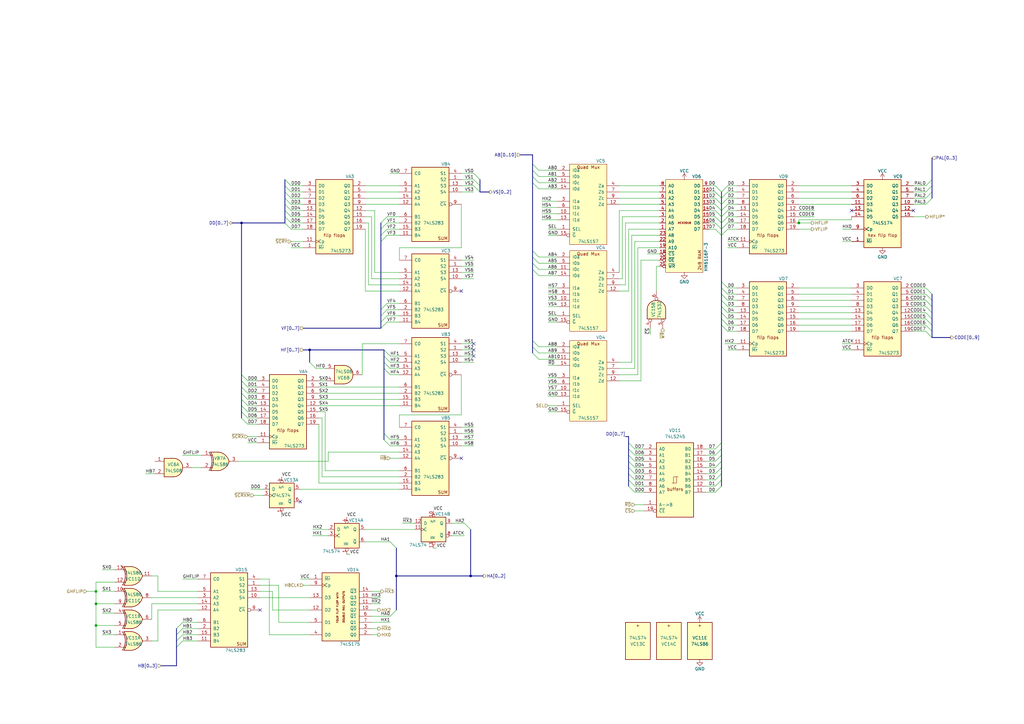
<source format=kicad_sch>
(kicad_sch (version 20231120) (generator "eeschema") (generator_version "8.0")
  (paper "A3")
  (title_block (date "2024-10-12") (company "JOTEGO") (comment 1 "Jose Tejada"))
  (junction (at 39.37 247.65))
  (junction (at 99.06 91.44))
  (junction (at 327.66 91.44))
  (junction (at 162.56 236.22))
  (junction (at 193.04 236.22))
  (junction (at 39.37 256.54))
  (junction (at 39.37 242.57))
  (junction (at 127 143.51))
  (no_connect (at 106.68 250.19))
  (no_connect (at 194.31 143.51))
  (no_connect (at 194.31 146.05))
  (no_connect (at 189.23 119.38))
  (no_connect (at 189.23 187.96))
  (no_connect (at 374.65 86.36))
  (no_connect (at 349.25 86.36))
  (no_connect (at 194.31 140.97))
  (no_connect (at 123.19 205.74))
  (bus_entry (at 379.73 118.11) (size 2.54 2.54))
  (bus_entry (at 293.37 191.77) (size 2.54 -2.54))
  (bus_entry (at 156.21 93.98) (size 2.54 -2.54))
  (bus_entry (at 156.21 91.44) (size 2.54 -2.54))
  (bus_entry (at 160.02 222.25) (size 2.54 2.54))
  (bus_entry (at 295.91 130.81) (size 2.54 2.54))
  (bus_entry (at 295.91 120.65) (size 2.54 2.54))
  (bus_entry (at 379.73 123.19) (size 2.54 2.54))
  (bus_entry (at 72.39 260.35) (size 2.54 -2.54))
  (bus_entry (at 218.44 107.95) (size 2.54 2.54))
  (bus_entry (at 379.73 78.74) (size 2.54 -2.54))
  (bus_entry (at 116.84 73.66) (size 2.54 2.54))
  (bus_entry (at 257.81 189.23) (size 2.54 2.54))
  (bus_entry (at 99.06 156.21) (size 2.54 2.54))
  (bus_entry (at 298.45 78.74) (size -2.54 2.54))
  (bus_entry (at 218.44 74.93) (size 2.54 2.54))
  (bus_entry (at 190.5 214.63) (size 2.54 2.54))
  (bus_entry (at 157.48 148.59) (size 2.54 2.54))
  (bus_entry (at 157.48 146.05) (size 2.54 2.54))
  (bus_entry (at 295.91 115.57) (size 2.54 2.54))
  (bus_entry (at 218.44 69.85) (size 2.54 2.54))
  (bus_entry (at 218.44 110.49) (size 2.54 2.54))
  (bus_entry (at 72.39 265.43) (size 2.54 -2.54))
  (bus_entry (at 99.06 163.83) (size 2.54 2.54))
  (bus_entry (at 160.02 252.73) (size 2.54 -2.54))
  (bus_entry (at 298.45 81.28) (size -2.54 2.54))
  (bus_entry (at 293.37 81.28) (size 2.54 2.54))
  (bus_entry (at 99.06 153.67) (size 2.54 2.54))
  (bus_entry (at 218.44 144.78) (size 2.54 2.54))
  (bus_entry (at 298.45 86.36) (size -2.54 2.54))
  (bus_entry (at 379.73 130.81) (size 2.54 2.54))
  (bus_entry (at 293.37 201.93) (size 2.54 -2.54))
  (bus_entry (at 72.39 262.89) (size 2.54 -2.54))
  (bus_entry (at 218.44 139.7) (size 2.54 2.54))
  (bus_entry (at 379.73 81.28) (size 2.54 -2.54))
  (bus_entry (at 298.45 93.98) (size -2.54 2.54))
  (bus_entry (at 295.91 133.35) (size 2.54 2.54))
  (bus_entry (at 293.37 184.15) (size 2.54 -2.54))
  (bus_entry (at 116.84 78.74) (size 2.54 2.54))
  (bus_entry (at 156.21 99.06) (size 2.54 -2.54))
  (bus_entry (at 157.48 151.13) (size 2.54 2.54))
  (bus_entry (at 293.37 76.2) (size 2.54 2.54))
  (bus_entry (at 293.37 88.9) (size 2.54 2.54))
  (bus_entry (at 298.45 88.9) (size -2.54 2.54))
  (bus_entry (at 157.48 180.34) (size 2.54 2.54))
  (bus_entry (at 298.45 91.44) (size -2.54 2.54))
  (bus_entry (at 379.73 83.82) (size 2.54 -2.54))
  (bus_entry (at 293.37 83.82) (size 2.54 2.54))
  (bus_entry (at 293.37 186.69) (size 2.54 -2.54))
  (bus_entry (at 116.84 81.28) (size 2.54 2.54))
  (bus_entry (at 293.37 93.98) (size 2.54 2.54))
  (bus_entry (at 218.44 67.31) (size 2.54 2.54))
  (bus_entry (at 257.81 186.69) (size 2.54 2.54))
  (bus_entry (at 218.44 102.87) (size 2.54 2.54))
  (bus_entry (at 194.31 76.2) (size 2.54 2.54))
  (bus_entry (at 156.21 134.62) (size 2.54 -2.54))
  (bus_entry (at 218.44 72.39) (size 2.54 2.54))
  (bus_entry (at 379.73 76.2) (size 2.54 -2.54))
  (bus_entry (at 157.48 143.51) (size 2.54 2.54))
  (bus_entry (at 295.91 118.11) (size 2.54 2.54))
  (bus_entry (at 257.81 194.31) (size 2.54 2.54))
  (bus_entry (at 156.21 129.54) (size 2.54 -2.54))
  (bus_entry (at 295.91 125.73) (size 2.54 2.54))
  (bus_entry (at 127 148.59) (size 2.54 2.54))
  (bus_entry (at 157.48 177.8) (size 2.54 2.54))
  (bus_entry (at 116.84 76.2) (size 2.54 2.54))
  (bus_entry (at 257.81 184.15) (size 2.54 2.54))
  (bus_entry (at 257.81 181.61) (size 2.54 2.54))
  (bus_entry (at 293.37 91.44) (size 2.54 2.54))
  (bus_entry (at 218.44 142.24) (size 2.54 2.54))
  (bus_entry (at 298.45 76.2) (size -2.54 2.54))
  (bus_entry (at 156.21 127) (size 2.54 -2.54))
  (bus_entry (at 99.06 171.45) (size 2.54 2.54))
  (bus_entry (at 99.06 158.75) (size 2.54 2.54))
  (bus_entry (at 295.91 128.27) (size 2.54 2.54))
  (bus_entry (at 293.37 196.85) (size 2.54 -2.54))
  (bus_entry (at 257.81 196.85) (size 2.54 2.54))
  (bus_entry (at 293.37 86.36) (size 2.54 2.54))
  (bus_entry (at 116.84 88.9) (size 2.54 2.54))
  (bus_entry (at 293.37 199.39) (size 2.54 -2.54))
  (bus_entry (at 156.21 96.52) (size 2.54 -2.54))
  (bus_entry (at 379.73 125.73) (size 2.54 2.54))
  (bus_entry (at 116.84 83.82) (size 2.54 2.54))
  (bus_entry (at 379.73 120.65) (size 2.54 2.54))
  (bus_entry (at 72.39 257.81) (size 2.54 -2.54))
  (bus_entry (at 194.31 71.12) (size 2.54 2.54))
  (bus_entry (at 257.81 191.77) (size 2.54 2.54))
  (bus_entry (at 295.91 123.19) (size 2.54 2.54))
  (bus_entry (at 257.81 199.39) (size 2.54 2.54))
  (bus_entry (at 379.73 133.35) (size 2.54 2.54))
  (bus_entry (at 379.73 128.27) (size 2.54 2.54))
  (bus_entry (at 99.06 166.37) (size 2.54 2.54))
  (bus_entry (at 116.84 86.36) (size 2.54 2.54))
  (bus_entry (at 218.44 105.41) (size 2.54 2.54))
  (bus_entry (at 293.37 194.31) (size 2.54 -2.54))
  (bus_entry (at 116.84 91.44) (size 2.54 2.54))
  (bus_entry (at 298.45 83.82) (size -2.54 2.54))
  (bus_entry (at 156.21 132.08) (size 2.54 -2.54))
  (bus_entry (at 99.06 168.91) (size 2.54 2.54))
  (bus_entry (at 293.37 78.74) (size 2.54 2.54))
  (bus_entry (at 194.31 73.66) (size 2.54 2.54))
  (bus_entry (at 293.37 189.23) (size 2.54 -2.54))
  (bus_entry (at 99.06 161.29) (size 2.54 2.54))
  (bus_entry (at 379.73 135.89) (size 2.54 2.54))
  (wire (pts (xy 130.81 163.83) (xy 163.83 163.83)))
  (wire (pts (xy 269.24 109.22) (xy 270.51 109.22)))
  (wire (pts (xy 101.6 156.21) (xy 105.41 156.21)))
  (wire (pts (xy 298.45 130.81) (xy 302.26 130.81)))
  (wire (pts (xy 374.65 133.35) (xy 379.73 133.35)))
  (wire (pts (xy 101.6 173.99) (xy 105.41 173.99)))
  (wire (pts (xy 114.3 240.03) (xy 114.3 255.27)))
  (wire (pts (xy 327.66 76.2) (xy 349.25 76.2)))
  (wire (pts (xy 101.6 163.83) (xy 105.41 163.83)))
  (wire (pts (xy 106.68 237.49) (xy 110.49 237.49)))
  (wire (pts (xy 260.35 99.06) (xy 270.51 99.06)))
  (wire (pts (xy 189.23 177.8) (xy 194.31 177.8)))
  (wire (pts (xy 39.37 238.76) (xy 39.37 242.57)))
  (bus (pts (xy 382.27 138.43) (xy 389.89 138.43)))
  (wire (pts (xy 101.6 179.07) (xy 105.41 179.07)))
  (wire (pts (xy 293.37 184.15) (xy 289.56 184.15)))
  (wire (pts (xy 254 148.59) (xy 259.08 148.59)))
  (wire (pts (xy 149.86 217.17) (xy 170.18 217.17)))
  (wire (pts (xy 298.45 118.11) (xy 302.26 118.11)))
  (bus (pts (xy 218.44 110.49) (xy 218.44 107.95)))
  (bus (pts (xy 196.85 76.2) (xy 196.85 78.74)))
  (wire (pts (xy 119.38 76.2) (xy 124.46 76.2)))
  (wire (pts (xy 149.86 93.98) (xy 149.86 119.38)))
  (bus (pts (xy 99.06 158.75) (xy 99.06 156.21)))
  (wire (pts (xy 130.81 166.37) (xy 163.83 166.37)))
  (bus (pts (xy 382.27 135.89) (xy 382.27 138.43)))
  (wire (pts (xy 374.65 135.89) (xy 379.73 135.89)))
  (wire (pts (xy 374.65 125.73) (xy 379.73 125.73)))
  (wire (pts (xy 130.81 156.21) (xy 133.35 156.21)))
  (wire (pts (xy 39.37 247.65) (xy 39.37 256.54)))
  (wire (pts (xy 260.35 207.01) (xy 264.16 207.01)))
  (bus (pts (xy 257.81 181.61) (xy 257.81 179.07)))
  (wire (pts (xy 119.38 78.74) (xy 124.46 78.74)))
  (wire (pts (xy 298.45 133.35) (xy 302.26 133.35)))
  (bus (pts (xy 382.27 125.73) (xy 382.27 128.27)))
  (wire (pts (xy 293.37 196.85) (xy 289.56 196.85)))
  (bus (pts (xy 218.44 102.87) (xy 218.44 74.93)))
  (bus (pts (xy 66.04 273.05) (xy 72.39 273.05)))
  (wire (pts (xy 298.45 83.82) (xy 302.26 83.82)))
  (wire (pts (xy 220.98 105.41) (xy 228.6 105.41)))
  (wire (pts (xy 260.35 199.39) (xy 264.16 199.39)))
  (wire (pts (xy 151.13 116.84) (xy 163.83 116.84)))
  (wire (pts (xy 297.18 140.97) (xy 302.26 140.97)))
  (wire (pts (xy 189.23 170.18) (xy 163.83 170.18)))
  (wire (pts (xy 130.81 171.45) (xy 132.08 171.45)))
  (wire (pts (xy 290.83 91.44) (xy 293.37 91.44)))
  (bus (pts (xy 99.06 168.91) (xy 99.06 166.37)))
  (wire (pts (xy 153.67 86.36) (xy 153.67 111.76)))
  (wire (pts (xy 224.79 129.54) (xy 228.6 129.54)))
  (wire (pts (xy 260.35 186.69) (xy 264.16 186.69)))
  (wire (pts (xy 259.08 96.52) (xy 270.51 96.52)))
  (wire (pts (xy 327.66 120.65) (xy 349.25 120.65)))
  (wire (pts (xy 374.65 76.2) (xy 379.73 76.2)))
  (wire (pts (xy 160.02 153.67) (xy 163.83 153.67)))
  (wire (pts (xy 149.86 119.38) (xy 163.83 119.38)))
  (bus (pts (xy 196.85 78.74) (xy 200.66 78.74)))
  (wire (pts (xy 254 114.3) (xy 255.27 114.3)))
  (bus (pts (xy 218.44 67.31) (xy 218.44 63.5)))
  (wire (pts (xy 119.38 99.06) (xy 124.46 99.06)))
  (wire (pts (xy 374.65 130.81) (xy 379.73 130.81)))
  (bus (pts (xy 256.54 179.07) (xy 257.81 179.07)))
  (wire (pts (xy 224.79 93.98) (xy 228.6 93.98)))
  (wire (pts (xy 153.67 111.76) (xy 163.83 111.76)))
  (wire (pts (xy 163.83 170.18) (xy 163.83 175.26)))
  (wire (pts (xy 152.4 260.35) (xy 154.94 260.35)))
  (wire (pts (xy 222.25 82.55) (xy 228.6 82.55)))
  (wire (pts (xy 130.81 158.75) (xy 163.83 158.75)))
  (wire (pts (xy 224.79 154.94) (xy 228.6 154.94)))
  (wire (pts (xy 158.75 93.98) (xy 163.83 93.98)))
  (wire (pts (xy 149.86 83.82) (xy 163.83 83.82)))
  (wire (pts (xy 106.68 245.11) (xy 127 245.11)))
  (wire (pts (xy 220.98 110.49) (xy 228.6 110.49)))
  (wire (pts (xy 327.66 130.81) (xy 349.25 130.81)))
  (wire (pts (xy 224.79 162.56) (xy 228.6 162.56)))
  (wire (pts (xy 224.79 120.65) (xy 228.6 120.65)))
  (wire (pts (xy 132.08 171.45) (xy 132.08 195.58)))
  (bus (pts (xy 218.44 63.5) (xy 213.36 63.5)))
  (wire (pts (xy 152.4 257.81) (xy 154.94 257.81)))
  (wire (pts (xy 327.66 90.17) (xy 349.25 90.17)))
  (wire (pts (xy 128.27 217.17) (xy 134.62 217.17)))
  (bus (pts (xy 257.81 199.39) (xy 257.81 196.85)))
  (bus (pts (xy 218.44 69.85) (xy 218.44 67.31)))
  (wire (pts (xy 152.4 88.9) (xy 152.4 114.3)))
  (wire (pts (xy 254 156.21) (xy 262.89 156.21)))
  (wire (pts (xy 189.23 175.26) (xy 194.31 175.26)))
  (wire (pts (xy 158.75 129.54) (xy 163.83 129.54)))
  (wire (pts (xy 41.91 242.57) (xy 46.99 242.57)))
  (wire (pts (xy 111.76 242.57) (xy 111.76 250.19)))
  (wire (pts (xy 254 119.38) (xy 257.81 119.38)))
  (wire (pts (xy 327.66 83.82) (xy 349.25 83.82)))
  (wire (pts (xy 158.75 124.46) (xy 163.83 124.46)))
  (wire (pts (xy 220.98 72.39) (xy 228.6 72.39)))
  (wire (pts (xy 374.65 88.9) (xy 379.73 88.9)))
  (wire (pts (xy 41.91 260.35) (xy 46.99 260.35)))
  (wire (pts (xy 220.98 147.32) (xy 228.6 147.32)))
  (wire (pts (xy 160.02 71.12) (xy 163.83 71.12)))
  (bus (pts (xy 382.27 128.27) (xy 382.27 130.81)))
  (wire (pts (xy 374.65 120.65) (xy 379.73 120.65)))
  (bus (pts (xy 99.06 171.45) (xy 99.06 168.91)))
  (wire (pts (xy 39.37 247.65) (xy 46.99 247.65)))
  (wire (pts (xy 189.23 78.74) (xy 194.31 78.74)))
  (wire (pts (xy 260.35 191.77) (xy 264.16 191.77)))
  (wire (pts (xy 220.98 69.85) (xy 228.6 69.85)))
  (wire (pts (xy 298.45 120.65) (xy 302.26 120.65)))
  (wire (pts (xy 224.79 96.52) (xy 228.6 96.52)))
  (wire (pts (xy 298.45 93.98) (xy 302.26 93.98)))
  (wire (pts (xy 327.66 135.89) (xy 349.25 135.89)))
  (bus (pts (xy 157.48 146.05) (xy 157.48 143.51)))
  (bus (pts (xy 295.91 96.52) (xy 295.91 115.57)))
  (wire (pts (xy 224.79 157.48) (xy 228.6 157.48)))
  (bus (pts (xy 382.27 130.81) (xy 382.27 133.35)))
  (wire (pts (xy 158.75 127) (xy 163.83 127)))
  (wire (pts (xy 62.23 245.11) (xy 81.28 245.11)))
  (bus (pts (xy 295.91 191.77) (xy 295.91 189.23)))
  (wire (pts (xy 132.08 195.58) (xy 163.83 195.58)))
  (bus (pts (xy 295.91 199.39) (xy 295.91 196.85)))
  (wire (pts (xy 74.93 237.49) (xy 81.28 237.49)))
  (bus (pts (xy 157.48 180.34) (xy 157.48 177.8)))
  (wire (pts (xy 158.75 132.08) (xy 163.83 132.08)))
  (wire (pts (xy 256.54 91.44) (xy 270.51 91.44)))
  (bus (pts (xy 99.06 91.44) (xy 116.84 91.44)))
  (wire (pts (xy 102.87 200.66) (xy 107.95 200.66)))
  (wire (pts (xy 327.66 81.28) (xy 349.25 81.28)))
  (wire (pts (xy 290.83 81.28) (xy 293.37 81.28)))
  (bus (pts (xy 295.91 196.85) (xy 295.91 194.31)))
  (wire (pts (xy 152.4 114.3) (xy 163.83 114.3)))
  (wire (pts (xy 130.81 198.12) (xy 163.83 198.12)))
  (wire (pts (xy 130.81 173.99) (xy 130.81 198.12)))
  (wire (pts (xy 220.98 77.47) (xy 228.6 77.47)))
  (wire (pts (xy 293.37 194.31) (xy 289.56 194.31)))
  (wire (pts (xy 345.44 99.06) (xy 349.25 99.06)))
  (wire (pts (xy 64.77 262.89) (xy 64.77 250.19)))
  (wire (pts (xy 189.23 109.22) (xy 194.31 109.22)))
  (bus (pts (xy 295.91 128.27) (xy 295.91 130.81)))
  (wire (pts (xy 158.75 91.44) (xy 163.83 91.44)))
  (bus (pts (xy 196.85 73.66) (xy 196.85 76.2)))
  (bus (pts (xy 295.91 123.19) (xy 295.91 125.73)))
  (wire (pts (xy 189.23 182.88) (xy 194.31 182.88)))
  (wire (pts (xy 224.79 132.08) (xy 228.6 132.08)))
  (wire (pts (xy 260.35 151.13) (xy 260.35 99.06)))
  (wire (pts (xy 345.44 140.97) (xy 349.25 140.97)))
  (wire (pts (xy 220.98 113.03) (xy 228.6 113.03)))
  (wire (pts (xy 160.02 182.88) (xy 163.83 182.88)))
  (bus (pts (xy 295.91 83.82) (xy 295.91 86.36)))
  (wire (pts (xy 149.86 91.44) (xy 151.13 91.44)))
  (wire (pts (xy 62.23 254) (xy 62.23 247.65)))
  (wire (pts (xy 130.81 168.91) (xy 133.35 168.91)))
  (wire (pts (xy 46.99 238.76) (xy 39.37 238.76)))
  (wire (pts (xy 256.54 116.84) (xy 256.54 91.44)))
  (bus (pts (xy 124.46 143.51) (xy 127 143.51)))
  (wire (pts (xy 133.35 168.91) (xy 133.35 193.04)))
  (wire (pts (xy 134.62 185.42) (xy 163.83 185.42)))
  (wire (pts (xy 64.77 236.22) (xy 64.77 242.57)))
  (wire (pts (xy 189.23 140.97) (xy 194.31 140.97)))
  (wire (pts (xy 374.65 118.11) (xy 379.73 118.11)))
  (bus (pts (xy 156.21 91.44) (xy 156.21 93.98)))
  (wire (pts (xy 224.79 160.02) (xy 228.6 160.02)))
  (wire (pts (xy 151.13 91.44) (xy 151.13 116.84)))
  (bus (pts (xy 382.27 64.77) (xy 382.27 73.66)))
  (wire (pts (xy 262.89 156.21) (xy 262.89 106.68)))
  (bus (pts (xy 156.21 129.54) (xy 156.21 132.08)))
  (wire (pts (xy 189.23 146.05) (xy 194.31 146.05)))
  (wire (pts (xy 374.65 128.27) (xy 379.73 128.27)))
  (wire (pts (xy 298.45 135.89) (xy 302.26 135.89)))
  (wire (pts (xy 133.35 193.04) (xy 163.83 193.04)))
  (wire (pts (xy 298.45 76.2) (xy 302.26 76.2)))
  (bus (pts (xy 99.06 166.37) (xy 99.06 163.83)))
  (bus (pts (xy 382.27 76.2) (xy 382.27 78.74)))
  (wire (pts (xy 260.35 196.85) (xy 264.16 196.85)))
  (bus (pts (xy 295.91 93.98) (xy 295.91 96.52)))
  (wire (pts (xy 123.19 237.49) (xy 127 237.49)))
  (wire (pts (xy 260.35 201.93) (xy 264.16 201.93)))
  (bus (pts (xy 193.04 236.22) (xy 198.12 236.22)))
  (wire (pts (xy 74.93 255.27) (xy 81.28 255.27)))
  (wire (pts (xy 327.66 118.11) (xy 349.25 118.11)))
  (wire (pts (xy 349.25 88.9) (xy 349.25 90.17)))
  (wire (pts (xy 160.02 148.59) (xy 163.83 148.59)))
  (wire (pts (xy 101.6 168.91) (xy 105.41 168.91)))
  (wire (pts (xy 265.43 104.14) (xy 270.51 104.14)))
  (wire (pts (xy 189.23 111.76) (xy 194.31 111.76)))
  (bus (pts (xy 218.44 105.41) (xy 218.44 102.87)))
  (wire (pts (xy 254 76.2) (xy 270.51 76.2)))
  (bus (pts (xy 295.91 130.81) (xy 295.91 133.35)))
  (wire (pts (xy 149.86 76.2) (xy 163.83 76.2)))
  (bus (pts (xy 218.44 139.7) (xy 218.44 110.49)))
  (wire (pts (xy 345.44 143.51) (xy 349.25 143.51)))
  (wire (pts (xy 101.6 158.75) (xy 105.41 158.75)))
  (wire (pts (xy 257.81 93.98) (xy 270.51 93.98)))
  (wire (pts (xy 189.23 114.3) (xy 194.31 114.3)))
  (wire (pts (xy 124.46 240.03) (xy 127 240.03)))
  (bus (pts (xy 116.84 76.2) (xy 116.84 78.74)))
  (wire (pts (xy 374.65 78.74) (xy 379.73 78.74)))
  (bus (pts (xy 257.81 189.23) (xy 257.81 186.69)))
  (wire (pts (xy 130.81 161.29) (xy 163.83 161.29)))
  (wire (pts (xy 293.37 191.77) (xy 289.56 191.77)))
  (wire (pts (xy 290.83 76.2) (xy 293.37 76.2)))
  (wire (pts (xy 123.19 200.66) (xy 163.83 200.66)))
  (bus (pts (xy 193.04 217.17) (xy 193.04 236.22)))
  (wire (pts (xy 298.45 78.74) (xy 302.26 78.74)))
  (wire (pts (xy 189.23 83.82) (xy 189.23 101.6)))
  (wire (pts (xy 128.27 219.71) (xy 134.62 219.71)))
  (wire (pts (xy 163.83 101.6) (xy 163.83 106.68)))
  (bus (pts (xy 295.91 81.28) (xy 295.91 83.82)))
  (bus (pts (xy 295.91 118.11) (xy 295.91 120.65)))
  (wire (pts (xy 189.23 73.66) (xy 194.31 73.66)))
  (wire (pts (xy 143.51 227.33) (xy 142.24 227.33)))
  (wire (pts (xy 290.83 78.74) (xy 293.37 78.74)))
  (wire (pts (xy 149.86 78.74) (xy 163.83 78.74)))
  (wire (pts (xy 41.91 233.68) (xy 46.99 233.68)))
  (bus (pts (xy 295.91 78.74) (xy 295.91 81.28)))
  (wire (pts (xy 134.62 189.23) (xy 97.79 189.23)))
  (wire (pts (xy 298.45 143.51) (xy 302.26 143.51)))
  (bus (pts (xy 295.91 88.9) (xy 295.91 91.44)))
  (bus (pts (xy 116.84 83.82) (xy 116.84 86.36)))
  (wire (pts (xy 220.98 74.93) (xy 228.6 74.93)))
  (wire (pts (xy 290.83 93.98) (xy 293.37 93.98)))
  (bus (pts (xy 295.91 184.15) (xy 295.91 181.61)))
  (wire (pts (xy 149.86 86.36) (xy 153.67 86.36)))
  (wire (pts (xy 327.66 88.9) (xy 334.01 88.9)))
  (wire (pts (xy 374.65 123.19) (xy 379.73 123.19)))
  (wire (pts (xy 119.38 88.9) (xy 124.46 88.9)))
  (wire (pts (xy 189.23 180.34) (xy 194.31 180.34)))
  (wire (pts (xy 327.66 128.27) (xy 349.25 128.27)))
  (wire (pts (xy 269.24 109.22) (xy 269.24 119.38)))
  (bus (pts (xy 124.46 134.62) (xy 156.21 134.62)))
  (bus (pts (xy 99.06 161.29) (xy 99.06 158.75)))
  (wire (pts (xy 119.38 83.82) (xy 124.46 83.82)))
  (wire (pts (xy 255.27 114.3) (xy 255.27 88.9)))
  (bus (pts (xy 218.44 144.78) (xy 218.44 142.24)))
  (bus (pts (xy 157.48 148.59) (xy 157.48 146.05)))
  (wire (pts (xy 327.66 133.35) (xy 349.25 133.35)))
  (bus (pts (xy 116.84 78.74) (xy 116.84 81.28)))
  (wire (pts (xy 74.93 262.89) (xy 81.28 262.89)))
  (bus (pts (xy 295.91 86.36) (xy 295.91 88.9)))
  (wire (pts (xy 78.74 191.77) (xy 82.55 191.77)))
  (wire (pts (xy 374.65 81.28) (xy 379.73 81.28)))
  (wire (pts (xy 220.98 144.78) (xy 228.6 144.78)))
  (wire (pts (xy 220.98 107.95) (xy 228.6 107.95)))
  (bus (pts (xy 218.44 107.95) (xy 218.44 105.41)))
  (wire (pts (xy 220.98 142.24) (xy 228.6 142.24)))
  (wire (pts (xy 74.93 260.35) (xy 81.28 260.35)))
  (bus (pts (xy 162.56 224.79) (xy 162.56 236.22)))
  (wire (pts (xy 254 151.13) (xy 260.35 151.13)))
  (wire (pts (xy 293.37 199.39) (xy 289.56 199.39)))
  (wire (pts (xy 254 81.28) (xy 270.51 81.28)))
  (wire (pts (xy 160.02 151.13) (xy 163.83 151.13)))
  (bus (pts (xy 193.04 236.22) (xy 162.56 236.22)))
  (wire (pts (xy 254 116.84) (xy 256.54 116.84)))
  (wire (pts (xy 115.57 212.09) (xy 115.57 210.82)))
  (bus (pts (xy 156.21 132.08) (xy 156.21 134.62)))
  (wire (pts (xy 185.42 219.71) (xy 190.5 219.71)))
  (bus (pts (xy 295.91 91.44) (xy 295.91 93.98)))
  (bus (pts (xy 295.91 189.23) (xy 295.91 186.69)))
  (wire (pts (xy 134.62 185.42) (xy 134.62 189.23)))
  (wire (pts (xy 160.02 146.05) (xy 163.83 146.05)))
  (bus (pts (xy 382.27 133.35) (xy 382.27 135.89)))
  (wire (pts (xy 62.23 262.89) (xy 64.77 262.89)))
  (wire (pts (xy 290.83 86.36) (xy 293.37 86.36)))
  (wire (pts (xy 35.56 242.57) (xy 39.37 242.57)))
  (wire (pts (xy 119.38 101.6) (xy 124.46 101.6)))
  (bus (pts (xy 116.84 73.66) (xy 116.84 76.2)))
  (wire (pts (xy 152.4 245.11) (xy 156.21 245.11)))
  (bus (pts (xy 295.91 125.73) (xy 295.91 128.27)))
  (wire (pts (xy 110.49 260.35) (xy 127 260.35)))
  (bus (pts (xy 382.27 73.66) (xy 382.27 76.2)))
  (wire (pts (xy 152.4 247.65) (xy 156.21 247.65)))
  (wire (pts (xy 298.45 125.73) (xy 302.26 125.73)))
  (wire (pts (xy 374.65 83.82) (xy 379.73 83.82)))
  (wire (pts (xy 189.23 148.59) (xy 194.31 148.59)))
  (wire (pts (xy 152.4 252.73) (xy 160.02 252.73)))
  (wire (pts (xy 104.14 203.2) (xy 107.95 203.2)))
  (bus (pts (xy 382.27 78.74) (xy 382.27 81.28)))
  (bus (pts (xy 156.21 93.98) (xy 156.21 96.52)))
  (wire (pts (xy 185.42 214.63) (xy 190.5 214.63)))
  (bus (pts (xy 95.25 91.44) (xy 99.06 91.44)))
  (wire (pts (xy 41.91 251.46) (xy 46.99 251.46)))
  (bus (pts (xy 116.84 88.9) (xy 116.84 91.44)))
  (wire (pts (xy 149.86 88.9) (xy 152.4 88.9)))
  (wire (pts (xy 222.25 90.17) (xy 228.6 90.17)))
  (bus (pts (xy 295.91 194.31) (xy 295.91 191.77)))
  (bus (pts (xy 116.84 81.28) (xy 116.84 83.82)))
  (wire (pts (xy 152.4 250.19) (xy 154.94 250.19)))
  (bus (pts (xy 127 143.51) (xy 157.48 143.51)))
  (wire (pts (xy 152.4 255.27) (xy 160.02 255.27)))
  (wire (pts (xy 39.37 242.57) (xy 39.37 247.65)))
  (bus (pts (xy 72.39 260.35) (xy 72.39 262.89)))
  (bus (pts (xy 157.48 177.8) (xy 157.48 151.13)))
  (wire (pts (xy 298.45 128.27) (xy 302.26 128.27)))
  (bus (pts (xy 156.21 99.06) (xy 156.21 127)))
  (wire (pts (xy 106.68 240.03) (xy 114.3 240.03)))
  (wire (pts (xy 345.44 93.98) (xy 349.25 93.98)))
  (wire (pts (xy 62.23 247.65) (xy 81.28 247.65)))
  (bus (pts (xy 72.39 265.43) (xy 72.39 273.05)))
  (wire (pts (xy 293.37 186.69) (xy 289.56 186.69)))
  (wire (pts (xy 255.27 88.9) (xy 270.51 88.9)))
  (bus (pts (xy 257.81 184.15) (xy 257.81 181.61)))
  (wire (pts (xy 260.35 209.55) (xy 264.16 209.55)))
  (wire (pts (xy 179.07 224.79) (xy 177.8 224.79)))
  (bus (pts (xy 156.21 127) (xy 156.21 129.54)))
  (wire (pts (xy 327.66 91.44) (xy 332.74 91.44)))
  (wire (pts (xy 298.45 81.28) (xy 302.26 81.28)))
  (wire (pts (xy 114.3 255.27) (xy 127 255.27)))
  (wire (pts (xy 260.35 189.23) (xy 264.16 189.23)))
  (wire (pts (xy 327.66 78.74) (xy 349.25 78.74)))
  (wire (pts (xy 327.66 93.98) (xy 332.74 93.98)))
  (wire (pts (xy 293.37 189.23) (xy 289.56 189.23)))
  (wire (pts (xy 254 153.67) (xy 261.62 153.67)))
  (wire (pts (xy 39.37 256.54) (xy 39.37 265.43)))
  (bus (pts (xy 162.56 236.22) (xy 162.56 250.19)))
  (bus (pts (xy 116.84 86.36) (xy 116.84 88.9)))
  (wire (pts (xy 298.45 91.44) (xy 302.26 91.44)))
  (wire (pts (xy 298.45 101.6) (xy 302.26 101.6)))
  (wire (pts (xy 106.68 242.57) (xy 111.76 242.57)))
  (wire (pts (xy 298.45 88.9) (xy 302.26 88.9)))
  (wire (pts (xy 189.23 101.6) (xy 163.83 101.6)))
  (bus (pts (xy 99.06 163.83) (xy 99.06 161.29)))
  (wire (pts (xy 290.83 88.9) (xy 293.37 88.9)))
  (wire (pts (xy 149.86 222.25) (xy 160.02 222.25)))
  (bus (pts (xy 295.91 120.65) (xy 295.91 123.19)))
  (wire (pts (xy 74.93 257.81) (xy 81.28 257.81)))
  (wire (pts (xy 254 111.76) (xy 254 86.36)))
  (wire (pts (xy 262.89 106.68) (xy 270.51 106.68)))
  (wire (pts (xy 189.23 106.68) (xy 194.31 106.68)))
  (wire (pts (xy 189.23 153.67) (xy 189.23 170.18)))
  (wire (pts (xy 148.59 140.97) (xy 163.83 140.97)))
  (wire (pts (xy 111.76 250.19) (xy 127 250.19)))
  (wire (pts (xy 101.6 166.37) (xy 105.41 166.37)))
  (wire (pts (xy 298.45 99.06) (xy 302.26 99.06)))
  (bus (pts (xy 295.91 181.61) (xy 295.91 133.35)))
  (wire (pts (xy 261.62 153.67) (xy 261.62 101.6)))
  (wire (pts (xy 160.02 180.34) (xy 163.83 180.34)))
  (wire (pts (xy 165.1 214.63) (xy 170.18 214.63)))
  (wire (pts (xy 222.25 85.09) (xy 228.6 85.09)))
  (wire (pts (xy 327.66 123.19) (xy 349.25 123.19)))
  (wire (pts (xy 158.75 96.52) (xy 163.83 96.52)))
  (wire (pts (xy 119.38 86.36) (xy 124.46 86.36)))
  (wire (pts (xy 189.23 143.51) (xy 194.31 143.51)))
  (wire (pts (xy 189.23 76.2) (xy 194.31 76.2)))
  (bus (pts (xy 218.44 74.93) (xy 218.44 72.39)))
  (bus (pts (xy 382.27 120.65) (xy 382.27 123.19)))
  (bus (pts (xy 257.81 194.31) (xy 257.81 191.77)))
  (wire (pts (xy 224.79 149.86) (xy 228.6 149.86)))
  (wire (pts (xy 224.79 118.11) (xy 228.6 118.11)))
  (wire (pts (xy 327.66 125.73) (xy 349.25 125.73)))
  (wire (pts (xy 158.75 88.9) (xy 163.83 88.9)))
  (wire (pts (xy 39.37 256.54) (xy 46.99 256.54)))
  (bus (pts (xy 127 143.51) (xy 127 148.59)))
  (bus (pts (xy 156.21 96.52) (xy 156.21 99.06)))
  (wire (pts (xy 119.38 91.44) (xy 124.46 91.44)))
  (wire (pts (xy 293.37 201.93) (xy 289.56 201.93)))
  (wire (pts (xy 129.54 151.13) (xy 133.35 151.13)))
  (bus (pts (xy 382.27 123.19) (xy 382.27 125.73)))
  (wire (pts (xy 39.37 265.43) (xy 46.99 265.43)))
  (wire (pts (xy 290.83 83.82) (xy 293.37 83.82)))
  (wire (pts (xy 110.49 237.49) (xy 110.49 260.35)))
  (wire (pts (xy 149.86 81.28) (xy 163.83 81.28)))
  (bus (pts (xy 257.81 186.69) (xy 257.81 184.15)))
  (wire (pts (xy 119.38 81.28) (xy 124.46 81.28)))
  (wire (pts (xy 148.59 153.67) (xy 148.59 140.97)))
  (wire (pts (xy 101.6 171.45) (xy 105.41 171.45)))
  (wire (pts (xy 260.35 194.31) (xy 264.16 194.31)))
  (wire (pts (xy 119.38 93.98) (xy 124.46 93.98)))
  (bus (pts (xy 72.39 262.89) (xy 72.39 265.43)))
  (wire (pts (xy 222.25 87.63) (xy 228.6 87.63)))
  (wire (pts (xy 101.6 181.61) (xy 105.41 181.61)))
  (wire (pts (xy 224.79 168.91) (xy 228.6 168.91)))
  (bus (pts (xy 257.81 191.77) (xy 257.81 189.23)))
  (wire (pts (xy 152.4 242.57) (xy 156.21 242.57)))
  (wire (pts (xy 260.35 184.15) (xy 264.16 184.15)))
  (wire (pts (xy 327.66 86.36) (xy 334.01 86.36)))
  (bus (pts (xy 295.91 115.57) (xy 295.91 118.11)))
  (bus (pts (xy 218.44 142.24) (xy 218.44 139.7)))
  (wire (pts (xy 298.45 123.19) (xy 302.26 123.19)))
  (wire (pts (xy 64.77 250.19) (xy 81.28 250.19)))
  (wire (pts (xy 254 86.36) (xy 270.51 86.36)))
  (wire (pts (xy 224.79 125.73) (xy 228.6 125.73)))
  (wire (pts (xy 254 83.82) (xy 270.51 83.82)))
  (wire (pts (xy 254 78.74) (xy 270.51 78.74)))
  (bus (pts (xy 218.44 72.39) (xy 218.44 69.85)))
  (bus (pts (xy 72.39 257.81) (xy 72.39 260.35)))
  (bus (pts (xy 295.91 186.69) (xy 295.91 184.15)))
  (wire (pts (xy 257.81 119.38) (xy 257.81 93.98)))
  (wire (pts (xy 64.77 242.57) (xy 81.28 242.57)))
  (wire (pts (xy 224.79 166.37) (xy 228.6 166.37)))
  (wire (pts (xy 62.23 236.22) (xy 64.77 236.22)))
  (wire (pts (xy 59.69 194.31) (xy 63.5 194.31)))
  (wire (pts (xy 327.66 91.44) (xy 327.66 90.17)))
  (bus (pts (xy 257.81 196.85) (xy 257.81 194.31)))
  (wire (pts (xy 101.6 161.29) (xy 105.41 161.29)))
  (bus (pts (xy 157.48 151.13) (xy 157.48 148.59)))
  (wire (pts (xy 74.93 186.69) (xy 82.55 186.69)))
  (wire (pts (xy 189.23 71.12) (xy 194.31 71.12)))
  (wire (pts (xy 160.02 187.96) (xy 163.83 187.96)))
  (bus (pts (xy 99.06 156.21) (xy 99.06 153.67)))
  (bus (pts (xy 99.06 153.67) (xy 99.06 91.44)))
  (wire (pts (xy 259.08 148.59) (xy 259.08 96.52)))
  (wire (pts (xy 261.62 101.6) (xy 270.51 101.6)))
  (wire (pts (xy 224.79 123.19) (xy 228.6 123.19)))
  (wire (pts (xy 266.7 137.16) (xy 266.7 134.62)))
  (wire (pts (xy 298.45 86.36) (xy 302.26 86.36)))
  (label "ATCK" (at 345.44 140.97 0))
  (label "ATCK" (at 298.45 99.06 0))
  (label "VS6" (at 224.79 157.48 0))
  (label "VF5" (at 158.75 127 0))
  (label "D2" (at 293.37 196.85 180))
  (label "SX0" (at 41.91 233.68 0))
  (label "PAL0" (at 379.73 76.2 180))
  (label "DD0" (at 102.87 200.66 0))
  (label "DD6" (at 101.6 171.45 0))
  (label "SX1" (at 130.81 158.75 0))
  (label "CODE9" (at 334.01 88.9 180))
  (label "D4" (at 293.37 191.77 180))
  (label "D1" (at 293.37 199.39 180))
  (label "~{HX}2" (at 156.21 247.65 180))
  (label "VS5" (at 224.79 154.94 0))
  (label "DD1" (at 260.35 199.39 0))
  (label "~{RD}" (at 224.79 149.86 0))
  (label "GHFLIP" (at 74.93 186.69 0))
  (label "AB2" (at 224.79 74.93 0))
  (label "HS8" (at 194.31 182.88 180))
  (label "DD7" (at 101.6 173.99 0))
  (label "D4" (at 298.45 128.27 0))
  (label "GND" (at 224.79 96.52 0))
  (label "DD7" (at 119.38 93.98 0))
  (label "D1" (at 293.37 78.74 180))
  (label "HX1" (at 128.27 219.71 0))
  (label "SX2" (at 41.91 251.46 0))
  (label "AB4" (at 224.79 105.41 0))
  (label "AB8" (at 224.79 142.24 0))
  (label "GND" (at 224.79 162.56 0))
  (label "VS7" (at 194.31 114.3 180))
  (label "CODE8" (at 334.01 86.36 180))
  (label "D1" (at 298.45 120.65 0))
  (label "HS4" (at 194.31 148.59 180))
  (label "VF2" (at 158.75 93.98 0))
  (label "HS5" (at 222.25 87.63 0))
  (label "HX2" (at 128.27 217.17 0))
  (label "CODE2" (at 379.73 123.19 180))
  (label "AB0" (at 224.79 69.85 0))
  (label "VCC" (at 345.44 99.06 0))
  (label "HS8" (at 224.79 120.65 0))
  (label "VCC" (at 115.57 212.09 0))
  (label "CODE6" (at 379.73 133.35 180))
  (label "VCC" (at 142.24 212.09 0))
  (label "DD3" (at 260.35 194.31 0))
  (label "PAL1" (at 379.73 78.74 180))
  (label "VS6" (at 194.31 111.76 180))
  (label "VS3" (at 194.31 78.74 180))
  (label "HX0" (at 345.44 93.98 0))
  (label "DD2" (at 260.35 196.85 0))
  (label "HS5" (at 194.31 175.26 180))
  (label "SX3" (at 130.81 163.83 0))
  (label "DD7" (at 260.35 184.15 0))
  (label "HF3" (at 160.02 151.13 0))
  (label "PAL2" (at 379.73 81.28 180))
  (label "GND" (at 160.02 71.12 0))
  (label "VCC" (at 345.44 143.51 0))
  (label "VF4" (at 158.75 124.46 0))
  (label "DD3" (at 119.38 83.82 0))
  (label "HF4" (at 160.02 153.67 0))
  (label "D7" (at 293.37 184.15 180))
  (label "DD0" (at 260.35 201.93 0))
  (label "D6" (at 293.37 186.69 180))
  (label "D2" (at 298.45 123.19 0))
  (label "~{CS}" (at 266.7 137.16 90))
  (label "ATCK" (at 190.5 219.71 180))
  (label "D0" (at 293.37 76.2 180))
  (label "DD2" (at 101.6 161.29 0))
  (label "D0" (at 298.45 118.11 0))
  (label "D3" (at 298.45 125.73 0))
  (label "VCC" (at 179.07 224.79 0))
  (label "D5" (at 293.37 189.23 180))
  (label "AB7" (at 224.79 113.03 0))
  (label "D3" (at 293.37 194.31 180))
  (label "HF1" (at 160.02 146.05 0))
  (label "HF5" (at 160.02 180.34 0))
  (label "HA1" (at 160.02 222.25 180))
  (label "HA0" (at 160.02 252.73 180))
  (label "VS5" (at 194.31 109.22 180))
  (label "D7" (at 298.45 93.98 0))
  (label "DD[0..7]" (at 256.54 179.07 180))
  (label "SX0" (at 130.81 156.21 0))
  (label "DD4" (at 119.38 86.36 0))
  (label "GND" (at 265.43 104.14 0))
  (label "GND" (at 224.79 132.08 0))
  (label "SEL" (at 224.79 129.54 0))
  (label "D5" (at 298.45 130.81 0))
  (label "DD4" (at 101.6 166.37 0))
  (label "DD5" (at 260.35 189.23 0))
  (label "VCC" (at 101.6 181.61 0))
  (label "AB6" (at 224.79 110.49 0))
  (label "HX2" (at 297.18 140.97 0))
  (label "HS7" (at 194.31 180.34 180))
  (label "D2" (at 293.37 81.28 180))
  (label "VCC" (at 115.57 195.58 0))
  (label "VCC" (at 123.19 237.49 0))
  (label "HX1" (at 160.02 255.27 180))
  (label "DD6" (at 119.38 91.44 0))
  (label "DD1" (at 119.38 78.74 0))
  (label "HA2" (at 190.5 214.63 180))
  (label "HB1" (at 74.93 257.81 0))
  (label "HS1" (at 194.31 140.97 180))
  (label "VF7" (at 158.75 132.08 0))
  (label "DD5" (at 101.6 168.91 0))
  (label "DD3" (at 101.6 163.83 0))
  (label "VF0" (at 158.75 88.9 0))
  (label "DD1" (at 101.6 158.75 0))
  (label "D7" (at 293.37 93.98 180))
  (label "SX4" (at 130.81 166.37 0))
  (label "D0" (at 293.37 201.93 180))
  (label "VCC" (at 177.8 209.55 0))
  (label "HS3" (at 194.31 146.05 180))
  (label "AB10" (at 224.79 147.32 0))
  (label "D4" (at 293.37 86.36 180))
  (label "D6" (at 298.45 133.35 0))
  (label "DD6" (at 260.35 186.69 0))
  (label "SEL" (at 224.79 93.98 0))
  (label "CODE1" (at 379.73 120.65 180))
  (label "VCC" (at 119.38 101.6 0))
  (label "HB3" (at 74.93 262.89 0))
  (label "D2" (at 298.45 81.28 0))
  (label "SX5" (at 130.81 168.91 0))
  (label "SX2" (at 130.81 161.29 0))
  (label "D3" (at 298.45 83.82 0))
  (label "VS7" (at 224.79 160.02 0))
  (label "VS1" (at 194.31 73.66 180))
  (label "AB3" (at 224.79 77.47 0))
  (label "VS3" (at 224.79 123.19 0))
  (label "HF0" (at 129.54 151.13 0))
  (label "HF6" (at 160.02 182.88 0))
  (label "PAL3" (at 379.73 83.82 180))
  (label "CODE3" (at 379.73 125.73 180))
  (label "DD0" (at 101.6 156.21 0))
  (label "VCC" (at 298.45 101.6 0))
  (label "CODE0" (at 379.73 118.11 180))
  (label "VS0" (at 194.31 71.12 180))
  (label "SX3" (at 41.91 260.35 0))
  (label "DD0" (at 119.38 76.2 0))
  (label "VCC" (at 143.51 227.33 0))
  (label "HS2" (at 194.31 143.51 180))
  (label "AB1" (at 224.79 72.39 0))
  (label "HS7" (at 224.79 118.11 0))
  (label "D6" (at 298.45 91.44 0))
  (label "D7" (at 298.45 135.89 0))
  (label "DD4" (at 260.35 191.77 0))
  (label "VS2" (at 194.31 76.2 180))
  (label "VS4" (at 194.31 106.68 180))
  (label "D3" (at 293.37 83.82 180))
  (label "D1" (at 298.45 78.74 0))
  (label "HB2" (at 74.93 260.35 0))
  (label "SX1" (at 41.91 242.57 0))
  (label "D0" (at 298.45 76.2 0))
  (label "HS4" (at 222.25 85.09 0))
  (label "DD5" (at 119.38 88.9 0))
  (label "GHFLIP" (at 74.93 237.49 0))
  (label "HF2" (at 160.02 148.59 0))
  (label "D6" (at 293.37 91.44 180))
  (label "HX3" (at 156.21 245.11 180))
  (label "VS4" (at 224.79 125.73 0))
  (label "D4" (at 298.45 86.36 0))
  (label "HX2" (at 222.25 82.55 0))
  (label "HS6" (at 222.25 90.17 0))
  (label "HB0" (at 74.93 255.27 0))
  (label "D5" (at 298.45 88.9 0))
  (label "CODE7" (at 379.73 135.89 180))
  (label "D5" (at 293.37 88.9 180))
  (label "CODE5" (at 379.73 130.81 180))
  (label "CODE4" (at 379.73 128.27 180))
  (label "AB5" (at 224.79 107.95 0))
  (label "VF3" (at 158.75 96.52 0))
  (label "~{HX}3" (at 165.1 214.63 0))
  (label "VF1" (at 158.75 91.44 0))
  (label "AB9" (at 224.79 144.78 0))
  (label "DD2" (at 119.38 81.28 0))
  (label "VCC" (at 298.45 143.51 0))
  (label "VF6" (at 158.75 129.54 0))
  (label "GND" (at 224.79 168.91 0))
  (label "HS6" (at 194.31 177.8 180))
  (label "HB7" (at 59.69 194.31 0))
  (hierarchical_label "HX2" (shape output) (at 154.94 250.19 0))
  (hierarchical_label "~{HX}3" (shape output) (at 156.21 242.57 0))
  (hierarchical_label "~{SCRXM}" (shape input) (at 104.14 203.2 180))
  (hierarchical_label "AB[0..10]" (shape input) (at 213.36 63.5 180))
  (hierarchical_label "VF[0..7]" (shape input) (at 124.46 134.62 180))
  (hierarchical_label "HFLIP*" (shape output) (at 379.73 88.9 0))
  (hierarchical_label "CODE[0..9]" (shape output) (at 389.89 138.43 0))
  (hierarchical_label "~{WR}" (shape input) (at 271.78 134.62 270))
  (hierarchical_label "VS[0..2]" (shape output) (at 200.66 78.74 0))
  (hierarchical_label "SEL" (shape input) (at 224.79 166.37 180))
  (hierarchical_label "~{RD}" (shape input) (at 260.35 207.01 180))
  (hierarchical_label "GHFLIP" (shape input) (at 35.56 242.57 180))
  (hierarchical_label "HBCLK" (shape input) (at 124.46 240.03 180))
  (hierarchical_label "HA[0..2]" (shape output) (at 198.12 236.22 0))
  (hierarchical_label "HB[0..3]" (shape input) (at 66.04 273.05 180))
  (hierarchical_label "PAL[0..3]" (shape input) (at 382.27 64.77 0))
  (hierarchical_label "VFLIP" (shape output) (at 332.74 93.98 0))
  (hierarchical_label "HF[0..7]" (shape input) (at 124.46 143.51 180))
  (hierarchical_label "~{HX}0" (shape output) (at 154.94 257.81 0))
  (hierarchical_label "~{H8}" (shape input) (at 160.02 187.96 180))
  (hierarchical_label "DD[0..7]" (shape bidirectional) (at 95.25 91.44 180))
  (hierarchical_label "HFLIP" (shape output) (at 332.74 91.44 0))
  (hierarchical_label "~{SCRY}" (shape input) (at 119.38 99.06 180))
  (hierarchical_label "~{CS}" (shape input) (at 260.35 209.55 180))
  (hierarchical_label "HX0" (shape output) (at 154.94 260.35 0))
  (hierarchical_label "~{SCRX}" (shape input) (at 101.6 179.07 180))
  (symbol (lib_id "jt74:74LS86") (at 54.61 236.22 0) (mirror x) (unit 4)
    (property "Reference" "VC11" (at 54.61 237.49 0))
    (property "Value" "74LS86" (at 54.61 234.95 0))
    (property "Datasheet" "74xx/74ls86.pdf" (effects (hide yes)))
    (property "Description" "Quad 2-input XOR" (effects (hide yes)))
  )
  (symbol (lib_id "jt74:74LS74") (at 274.32 262.89 0) (unit 3)
    (property "Reference" "VC14" (at 274.32 264.16 0))
    (property "Value" "74LS74" (at 274.32 261.62 0))
    (property "Datasheet" "74xx/74hc_hct74.pdf" (effects (hide yes)))
    (property "Description" "Dual D Flip-flop, Set & Reset" (effects (hide yes)))
  )
  (symbol (lib_id "power:GND") (at 280.67 111.76 0) (unit 1)
    (property "Reference" "#PWR056" (effects (hide yes)))
    (property "Value" "GND" (at 280.67 115.57 0))
    (property "Description" "Power symbol creates a global label with name \"GND\" , ground" (effects (hide yes)))
  )
  (symbol (lib_id "jt74:74LS86") (at 90.17 189.23 0) (unit 1)
    (property "Reference" "VB7" (at 90.17 187.96 0))
    (property "Value" "74LS86" (at 90.17 190.5 0))
    (property "Datasheet" "74xx/74ls86.pdf" (effects (hide yes)))
    (property "Description" "Quad 2-input XOR" (effects (hide yes)))
  )
  (symbol (lib_id "jt74:74LS273") (at 314.96 88.9 0) (unit 1)
    (property "Reference" "VD9" (at 321.31 72.39 0))
    (property "Value" "74LS273" (at 317.5 102.87 0))
    (property "Datasheet" "http://www.ti.com/lit/gpn/sn74LS273" (effects (hide yes)))
    (property "Description" "8-bit D Flip-Flop, reset" (effects (hide yes)))
  )
  (symbol (lib_id "jt74:74LS86") (at 54.61 245.11 0) (mirror x) (unit 3)
    (property "Reference" "VC11" (at 54.61 246.38 0))
    (property "Value" "74LS86" (at 54.61 243.84 0))
    (property "Datasheet" "74xx/74ls86.pdf" (effects (hide yes)))
    (property "Description" "Quad 2-input XOR" (effects (hide yes)))
  )
  (symbol (lib_id "jt74:74LS08") (at 71.12 191.77 0) (unit 1)
    (property "Reference" "VC6" (at 71.12 190.5 0))
    (property "Value" "74LS08" (at 71.12 193.04 0))
    (property "Datasheet" "http://www.ti.com/lit/gpn/sn74LS08" (effects (hide yes)))
    (property "Description" "Quad And2" (effects (hide yes)))
  )
  (symbol (lib_id "jt74:74LS273") (at 118.11 168.91 0) (unit 1)
    (property "Reference" "VA4" (at 124.46 152.4 0))
    (property "Value" "74LS273" (at 120.65 182.88 0))
    (property "Datasheet" "http://www.ti.com/lit/gpn/sn74LS273" (effects (hide yes)))
    (property "Description" "8-bit D Flip-Flop, reset" (effects (hide yes)))
  )
  (symbol (lib_id "jt74:74LS273") (at 361.95 130.81 0) (unit 1)
    (property "Reference" "VC7" (at 368.3 114.3 0))
    (property "Value" "74LS273" (at 364.49 144.78 0))
    (property "Datasheet" "http://www.ti.com/lit/gpn/sn74LS273" (effects (hide yes)))
    (property "Description" "8-bit D Flip-Flop, reset" (effects (hide yes)))
  )
  (symbol (lib_id "jt74:74LS283") (at 176.53 119.38 0) (unit 1)
    (property "Reference" "VC3" (at 182.88 102.87 0))
    (property "Value" "74LS283" (at 177.8 127 0))
    (property "Datasheet" "http://www.ti.com/lit/gpn/sn74LS283" (effects (hide yes)))
    (property "Description" "4-bit full Adder" (effects (hide yes)))
  )
  (symbol (lib_id "jt74:74LS32") (at 269.24 127 90) (unit 2) (convert 2)
    (property "Reference" "VC15" (at 267.97 127 0))
    (property "Value" "74LS32" (at 270.51 127 0))
    (property "Datasheet" "http://www.ti.com/lit/gpn/sn74LS32" (effects (hide yes)))
    (property "Description" "Quad 2-input OR" (effects (hide yes)))
  )
  (symbol (lib_id "power:VCC") (at 361.95 73.66 0) (unit 1)
    (property "Reference" "#PWR058" (effects (hide yes)))
    (property "Value" "VCC" (at 361.95 70.104 0))
    (property "Description" "Power symbol creates a global label with name \"VCC\"" (effects (hide yes)))
  )
  (symbol (lib_id "jt74:74LS175") (at 139.7 250.19 0) (mirror x) (unit 1)
    (property "Reference" "VD14" (at 144.78 233.68 0))
    (property "Value" "74LS175" (at 143.51 264.16 0))
    (property "Datasheet" "http://www.ti.com/lit/gpn/sn74LS175" (effects (hide yes)))
    (property "Description" "4-bit D Flip-Flop, reset" (effects (hide yes)))
  )
  (symbol (lib_id "jt74:74LS74") (at 261.62 262.89 0) (unit 3)
    (property "Reference" "VC13" (at 261.62 264.16 0))
    (property "Value" "74LS74" (at 261.62 261.62 0))
    (property "Datasheet" "74xx/74hc_hct74.pdf" (effects (hide yes)))
    (property "Description" "Dual D Flip-flop, Set & Reset" (effects (hide yes)))
  )
  (symbol (lib_id "arcade:HM6116P-3") (at 280.67 91.44 0) (unit 1)
    (property "Reference" "VD6" (at 285.75 72.39 0))
    (property "Value" "HM6116P-3" (at 289.56 105.41 90))
    (property "Datasheet" "https://www.alldatasheet.com/datasheet-pdf/pdf/77359/HITACHI/HM6116.html" (effects (hide yes)))
  )
  (symbol (lib_id "jt74:74LS74") (at 115.57 203.2 0) (unit 1)
    (property "Reference" "VC13" (at 119.38 196.85 0))
    (property "Value" "74LS74" (at 115.57 203.2 0))
    (property "Datasheet" "74xx/74hc_hct74.pdf" (effects (hide yes)))
    (property "Description" "Dual D Flip-flop, Set & Reset" (effects (hide yes)))
  )
  (symbol (lib_id "power:GND") (at 287.02 270.51 0) (unit 1)
    (property "Reference" "#PWR066" (effects (hide yes)))
    (property "Value" "GND" (at 287.02 274.32 0))
    (property "Description" "Power symbol creates a global label with name \"GND\" , ground" (effects (hide yes)))
  )
  (symbol (lib_id "jt74:74LS08") (at 140.97 153.67 0) (mirror x) (unit 2)
    (property "Reference" "VC6" (at 140.97 154.94 0))
    (property "Value" "74LS08" (at 140.97 152.4 0))
    (property "Datasheet" "http://www.ti.com/lit/gpn/sn74LS08" (effects (hide yes)))
    (property "Description" "Quad And2" (effects (hide yes)))
  )
  (symbol (lib_id "jt74:74LS273") (at 314.96 130.81 0) (unit 1)
    (property "Reference" "VD7" (at 321.31 114.3 0))
    (property "Value" "74LS273" (at 317.5 144.78 0))
    (property "Datasheet" "http://www.ti.com/lit/gpn/sn74LS273" (effects (hide yes)))
    (property "Description" "8-bit D Flip-Flop, reset" (effects (hide yes)))
  )
  (symbol (lib_id "jt74:74LS157") (at 241.3 118.11 0) (unit 1)
    (property "Reference" "VC4" (at 246.38 101.6 0))
    (property "Value" "74LS157" (at 241.3 134.62 0))
    (property "Datasheet" "https://www.alldatasheet.com/datasheet-pdf/pdf/27402/TI/74LS157.html" (effects (hide yes)))
    (property "Description" "Quad 2 to 1 line Multiplexer" (effects (hide yes)))
  )
  (symbol (lib_id "power:VCC") (at 280.67 73.66 0) (unit 1)
    (property "Reference" "#PWR059" (effects (hide yes)))
    (property "Value" "VCC" (at 280.67 70.104 0))
    (property "Description" "Power symbol creates a global label with name \"VCC\"" (effects (hide yes)))
  )
  (symbol (lib_id "jt74:74LS174") (at 361.95 86.36 0) (unit 1)
    (property "Reference" "VC9" (at 368.3 72.39 0))
    (property "Value" "74LS174" (at 361.95 91.44 0))
    (property "Datasheet" "http://www.ti.com/lit/gpn/sn74LS174" (effects (hide yes)))
    (property "Description" "Hex D-type Flip-Flop, reset" (effects (hide yes)))
  )
  (symbol (lib_id "jt74:74LS74") (at 177.8 217.17 0) (unit 2)
    (property "Reference" "VC14" (at 181.61 210.82 0))
    (property "Value" "74LS74" (at 171.45 223.52 0))
    (property "Datasheet" "74xx/74hc_hct74.pdf" (effects (hide yes)))
    (property "Description" "Dual D Flip-flop, Set & Reset" (effects (hide yes)))
  )
  (symbol (lib_id "jt74:74LS86") (at 287.02 262.89 0) (unit 5)
    (property "Reference" "VC11" (at 287.02 261.62 0))
    (property "Value" "74LS86" (at 287.02 264.16 0))
    (property "Datasheet" "74xx/74ls86.pdf" (effects (hide yes)))
    (property "Description" "Quad 2-input XOR" (effects (hide yes)))
  )
  (symbol (lib_id "jt74:74LS283") (at 176.53 187.96 0) (unit 1)
    (property "Reference" "VB5" (at 182.88 171.45 0))
    (property "Value" "74LS283" (at 177.8 195.58 0))
    (property "Datasheet" "http://www.ti.com/lit/gpn/sn74LS283" (effects (hide yes)))
    (property "Description" "4-bit full Adder" (effects (hide yes)))
  )
  (symbol (lib_id "power:GND") (at 361.95 101.6 0) (unit 1)
    (property "Reference" "#PWR057" (effects (hide yes)))
    (property "Value" "GND" (at 361.95 105.41 0))
    (property "Description" "Power symbol creates a global label with name \"GND\" , ground" (effects (hide yes)))
  )
  (symbol (lib_id "jt74:74LS157") (at 241.3 154.94 0) (unit 1)
    (property "Reference" "VD4" (at 246.38 138.43 0))
    (property "Value" "74LS157" (at 241.3 171.45 0))
    (property "Datasheet" "https://www.alldatasheet.com/datasheet-pdf/pdf/27402/TI/74LS157.html" (effects (hide yes)))
    (property "Description" "Quad 2 to 1 line Multiplexer" (effects (hide yes)))
  )
  (symbol (lib_id "jt74:74LS86") (at 54.61 254 0) (unit 2)
    (property "Reference" "VC11" (at 54.61 252.73 0))
    (property "Value" "74LS86" (at 54.61 255.27 0))
    (property "Datasheet" "74xx/74ls86.pdf" (effects (hide yes)))
    (property "Description" "Quad 2-input XOR" (effects (hide yes)))
  )
  (symbol (lib_id "jt74:74LS245") (at 276.86 196.85 0) (unit 1)
    (property "Reference" "VD11" (at 276.86 176.53 0))
    (property "Value" "74LS245" (at 276.86 179.07 0))
    (property "Datasheet" "http://www.ti.com/lit/gpn/sn74LS245" (effects (hide yes)))
    (property "Description" "Octal BUS Transceivers, 3-State outputs" (effects (hide yes)))
  )
  (symbol (lib_id "jt74:74LS157") (at 241.3 82.55 0) (unit 1)
    (property "Reference" "VC5" (at 246.38 66.04 0))
    (property "Value" "74LS157" (at 241.3 99.06 0))
    (property "Datasheet" "https://www.alldatasheet.com/datasheet-pdf/pdf/27402/TI/74LS157.html" (effects (hide yes)))
    (property "Description" "Quad 2 to 1 line Multiplexer" (effects (hide yes)))
  )
  (symbol (lib_id "jt74:74LS283") (at 176.53 83.82 0) (unit 1)
    (property "Reference" "VB4" (at 182.88 67.31 0))
    (property "Value" "74LS283" (at 177.8 91.44 0))
    (property "Datasheet" "http://www.ti.com/lit/gpn/sn74LS283" (effects (hide yes)))
    (property "Description" "4-bit full Adder" (effects (hide yes)))
  )
  (symbol (lib_id "jt74:74LS74") (at 142.24 219.71 0) (unit 1)
    (property "Reference" "VC14" (at 146.05 213.36 0))
    (property "Value" "74LS74" (at 135.89 226.06 0))
    (property "Datasheet" "74xx/74hc_hct74.pdf" (effects (hide yes)))
    (property "Description" "Dual D Flip-flop, Set & Reset" (effects (hide yes)))
  )
  (symbol (lib_id "jt74:74LS283") (at 176.53 153.67 0) (unit 1)
    (property "Reference" "VB3" (at 182.88 137.16 0))
    (property "Value" "74LS283" (at 177.8 161.29 0))
    (property "Datasheet" "http://www.ti.com/lit/gpn/sn74LS283" (effects (hide yes)))
    (property "Description" "4-bit full Adder" (effects (hide yes)))
  )
  (symbol (lib_id "jt74:74LS273") (at 137.16 88.9 0) (unit 1)
    (property "Reference" "VA3" (at 143.51 72.39 0))
    (property "Value" "74LS273" (at 139.7 102.87 0))
    (property "Datasheet" "http://www.ti.com/lit/gpn/sn74LS273" (effects (hide yes)))
    (property "Description" "8-bit D Flip-Flop, reset" (effects (hide yes)))
  )
  (symbol (lib_id "power:VCC") (at 287.02 255.27 0) (unit 1)
    (property "Reference" "#PWR065" (effects (hide yes)))
    (property "Value" "VCC" (at 287.02 251.714 0))
    (property "Description" "Power symbol creates a global label with name \"VCC\"" (effects (hide yes)))
  )
  (symbol (lib_id "jt74:74LS283") (at 93.98 250.19 0) (unit 1)
    (property "Reference" "VD15" (at 99.06 233.68 0))
    (property "Value" "74LS283" (at 96.52 266.7 0))
    (property "Datasheet" "http://www.ti.com/lit/gpn/sn74LS283" (effects (hide yes)))
    (property "Description" "4-bit full Adder" (effects (hide yes)))
  )
  (symbol (lib_id "jt74:74LS86") (at 54.61 262.89 0) (unit 1)
    (property "Reference" "VC11" (at 54.61 261.62 0))
    (property "Value" "74LS86" (at 54.61 264.16 0))
    (property "Datasheet" "74xx/74ls86.pdf" (effects (hide yes)))
    (property "Description" "Quad 2-input XOR" (effects (hide yes)))
  )
)
</source>
